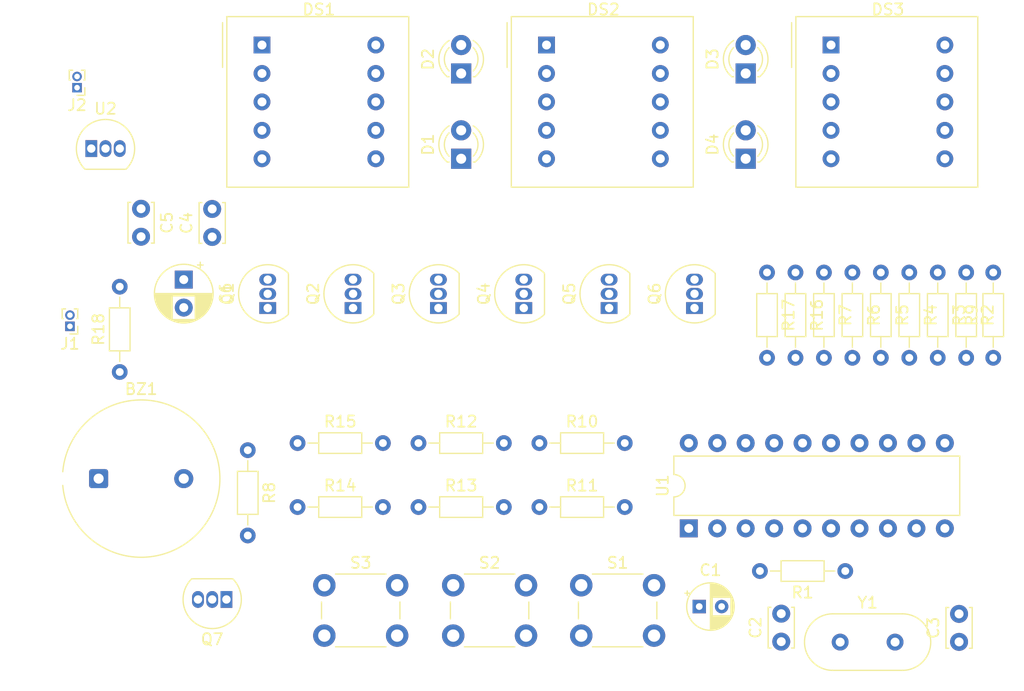
<source format=kicad_pcb>
(kicad_pcb (version 20221018) (generator pcbnew)
  (layers (0 "F.Cu" signal) (31 "B.Cu" signal) (34 "B.Paste" user) (35 "F.Paste" user) (36 "B.SilkS" user "B.Silkscreen") (37 "F.SilkS" user "F.Silkscreen") (38 "B.Mask" user) (39 "F.Mask" user) (44 "Edge.Cuts" user))
  (net 0 "")
  (net 1 "+5V")
  (net 2 "Net-(Q1-B)")
  (net 3 "Net-(Q1-C)")
  (net 4 "Net-(Q2-B)")
  (net 5 "Net-(Q2-C)")
  (net 6 "Net-(Q3-B)")
  (net 7 "Net-(Q3-C)")
  (net 8 "Net-(Q4-B)")
  (net 9 "Net-(Q4-C)")
  (net 10 "Net-(Q5-B)")
  (net 11 "Net-(Q5-C)")
  (net 12 "Net-(Q6-B)")
  (net 13 "Net-(Q6-C)")
  (net 14 "Net-(BZ1--)")
  (net 15 "Net-(Q7-B)")
  (net 16 "Net-(D3-K)")
  (net 17 "Net-(U1-P1.7)")
  (net 18 "Net-(DS1-Pad9)")
  (net 19 "Net-(U1-P1.0)")
  (net 20 "Net-(DS1-Pad8)")
  (net 21 "Net-(U1-P1.1)")
  (net 22 "Net-(DS1-Pad7)")
  (net 23 "Net-(U1-P1.2)")
  (net 24 "Net-(DS1-Pad6)")
  (net 25 "Net-(U1-P1.3)")
  (net 26 "Net-(DS1-Pad4)")
  (net 27 "Net-(U1-P1.4)")
  (net 28 "Net-(DS1-Pad3)")
  (net 29 "Net-(U1-P1.5)")
  (net 30 "Net-(DS1-Pad1)")
  (net 31 "Net-(U1-P1.6)")
  (net 32 "D2")
  (net 33 "D6")
  (net 34 "D1")
  (net 35 "D3")
  (net 36 "A8")
  (net 37 "GND")
  (net 38 "Net-(U1-RST{slash}VPP)")
  (net 39 "D5")
  (net 40 "D4")
  (net 41 "Net-(U1-XTAL2)")
  (net 42 "Net-(U1-XTAL1)")
  (net 43 "Net-(J2-Pin_1)")
  (net 47 "Net-(D1-K)")
  (net 48 "Net-(D1-A)")
  (net 49 "Net-(D3-A)")
  (footprint "Package_TO_SOT_THT:TO-92_Inline" (layer "F.Cu") (at 38.1 37.19)
    (fp_text reference "U2" (at 1.27 -3.56) (layer "F.SilkS"))
    (fp_text value "L78L05_TO92")
    (pad "1" thru_hole rect (at 0 0) (size 1.05 1.5) (drill 0.75) (layers "*.Cu" "*.Mask") (net 1 "+5V"))
    (pad "2" thru_hole oval (at 1.27 0) (size 1.05 1.5) (drill 0.75) (layers "*.Cu" "*.Mask") (net 37 "GND"))
    (pad "3" thru_hole oval (at 2.54 0) (size 1.05 1.5) (drill 0.75) (layers "*.Cu" "*.Mask") (net 43 "Net-(J2-Pin_1)"))
  )
  (footprint "Buzzer_Beeper:Indicator_PUI_AI-1440-TWT-24V-2-R" (layer "F.Cu") (at 38.755 66.675)
    (fp_text reference "BZ1" (at 3.8 -8) (layer "F.SilkS"))
    (fp_text value "Buzzer")
    (pad "1" thru_hole roundrect (at 0 0) (size 1.7 1.7) (drill 0.9) (layers "*.Cu" "*.Mask") (roundrect_rratio 0.147) (net 14 "Net-(BZ1--)"))
    (pad "2" thru_hole circle (at 7.6 0) (size 1.7 1.7) (drill 0.9) (layers "*.Cu" "*.Mask") (net 37 "GND"))
  )
  (footprint "Resistor_THT:R_Axial_DIN0204_L3.6mm_D1.6mm_P7.62mm_Horizontal" (layer "F.Cu") (at 98.425 48.26 -90)
    (fp_text reference "R17" (at 3.81 -1.92 90) (layer "F.SilkS"))
    (fp_text value "2K")
    (pad "1" thru_hole circle (at 0 0 270) (size 1.4 1.4) (drill 0.7) (layers "*.Cu" "*.Mask") (net 16 "Net-(D3-K)"))
    (pad "2" thru_hole oval (at 7.62 0 270) (size 1.4 1.4) (drill 0.7) (layers "*.Cu" "*.Mask") (net 17 "Net-(U1-P1.7)"))
  )
  (footprint "Resistor_THT:R_Axial_DIN0204_L3.6mm_D1.6mm_P7.62mm_Horizontal" (layer "F.Cu") (at 116.205 48.26 -90)
    (fp_text reference "R2" (at 3.81 -1.92 90) (layer "F.SilkS"))
    (fp_text value "1K")
    (pad "1" thru_hole circle (at 0 0 270) (size 1.4 1.4) (drill 0.7) (layers "*.Cu" "*.Mask") (net 32 "D2"))
    (pad "2" thru_hole oval (at 7.62 0 270) (size 1.4 1.4) (drill 0.7) (layers "*.Cu" "*.Mask") (net 2 "Net-(Q1-B)"))
  )
  (footprint "Capacitor_THT:C_Disc_D3.4mm_W2.1mm_P2.50mm" (layer "F.Cu") (at 99.695 81.24 90)
    (fp_text reference "C2" (at 1.25 -2.3 90) (layer "F.SilkS"))
    (fp_text value "30P")
    (pad "1" thru_hole circle (at 0 0 90) (size 1.6 1.6) (drill 0.8) (layers "*.Cu" "*.Mask") (net 42 "Net-(U1-XTAL1)"))
    (pad "2" thru_hole circle (at 2.5 0 90) (size 1.6 1.6) (drill 0.8) (layers "*.Cu" "*.Mask") (net 37 "GND"))
  )
  (footprint "Button_Switch_THT:SW_PUSH_6mm_H8mm" (layer "F.Cu") (at 81.84 76.2)
    (fp_text reference "S1" (at 3.25 -2) (layer "F.SilkS"))
    (fp_text value "SW_Push_Dual" hide)
    (pad "1" thru_hole circle (at 0 0 90) (size 2 2) (drill 1.1) (layers "*.Cu" "*.Mask") (net 37 "GND"))
    (pad "2" thru_hole circle (at 6.5 0 90) (size 2 2) (drill 1.1) (layers "*.Cu" "*.Mask") (net 35 "D3"))
    (pad "3" thru_hole circle (at 0 4.5 90) (size 2 2) (drill 1.1) (layers "*.Cu" "*.Mask"))
    (pad "4" thru_hole circle (at 6.5 4.5 90) (size 2 2) (drill 1.1) (layers "*.Cu" "*.Mask"))
  )
  (footprint "Package_TO_SOT_THT:TO-92_Inline" (layer "F.Cu") (at 84.33 51.435 90)
    (fp_text reference "Q5" (at 1.27 -3.56 90) (layer "F.SilkS"))
    (fp_text value "S8550")
    (pad "1" thru_hole rect (at 0 0 90) (size 1.05 1.5) (drill 0.75) (layers "*.Cu" "*.Mask") (net 1 "+5V"))
    (pad "2" thru_hole oval (at 1.27 0 90) (size 1.05 1.5) (drill 0.75) (layers "*.Cu" "*.Mask") (net 10 "Net-(Q5-B)"))
    (pad "3" thru_hole oval (at 2.54 0 90) (size 1.05 1.5) (drill 0.75) (layers "*.Cu" "*.Mask") (net 11 "Net-(Q5-C)"))
  )
  (footprint "Button_Switch_THT:SW_PUSH_6mm_H8mm" (layer "F.Cu") (at 58.905 76.2)
    (fp_text reference "S3" (at 3.25 -2) (layer "F.SilkS"))
    (fp_text value "SW_Push_Dual")
    (pad "1" thru_hole circle (at 0 0 90) (size 2 2) (drill 1.1) (layers "*.Cu" "*.Mask") (net 37 "GND"))
    (pad "2" thru_hole circle (at 6.5 0 90) (size 2 2) (drill 1.1) (layers "*.Cu" "*.Mask") (net 34 "D1"))
    (pad "3" thru_hole circle (at 0 4.5 90) (size 2 2) (drill 1.1) (layers "*.Cu" "*.Mask"))
    (pad "4" thru_hole circle (at 6.5 4.5 90) (size 2 2) (drill 1.1) (layers "*.Cu" "*.Mask"))
  )
  (footprint "Resistor_THT:R_Axial_DIN0204_L3.6mm_D1.6mm_P7.62mm_Horizontal" (layer "F.Cu") (at 111.125 48.26 -90)
    (fp_text reference "R4" (at 3.81 -1.92 90) (layer "F.SilkS"))
    (fp_text value "1K")
    (pad "1" thru_hole circle (at 0 0 270) (size 1.4 1.4) (drill 0.7) (layers "*.Cu" "*.Mask") (net 34 "D1"))
    (pad "2" thru_hole oval (at 7.62 0 270) (size 1.4 1.4) (drill 0.7) (layers "*.Cu" "*.Mask") (net 6 "Net-(Q3-B)"))
  )
  (footprint "Resistor_THT:R_Axial_DIN0204_L3.6mm_D1.6mm_P7.62mm_Horizontal" (layer "F.Cu") (at 100.965 48.26 -90)
    (fp_text reference "R16" (at 3.81 -1.92 90) (layer "F.SilkS"))
    (fp_text value "2K")
    (pad "1" thru_hole circle (at 0 0 270) (size 1.4 1.4) (drill 0.7) (layers "*.Cu" "*.Mask") (net 47 "Net-(D1-K)"))
    (pad "2" thru_hole oval (at 7.62 0 270) (size 1.4 1.4) (drill 0.7) (layers "*.Cu" "*.Mask") (net 17 "Net-(U1-P1.7)"))
  )
  (footprint "ceas_8051:3261BS" (layer "F.Cu") (at 77.47 27.94)
    (fp_text reference "DS2" (at 6.35 -3.175) (layer "F.SilkS"))
    (fp_text value "~" hide)
    (pad "1" thru_hole rect (at 1.27 0) (size 1.5 1.5) (drill 0.8) (layers "*.Cu" "*.Mask") (net 30 "Net-(DS1-Pad1)"))
    (pad "2" thru_hole circle (at 1.27 2.54) (size 1.5 1.5) (drill 0.8) (layers "*.Cu" "*.Mask"))
    (pad "3" thru_hole circle (at 1.27 5.08) (size 1.5 1.5) (drill 0.8) (layers "*.Cu" "*.Mask") (net 28 "Net-(DS1-Pad3)"))
    (pad "4" thru_hole circle (at 1.27 7.62) (size 1.5 1.5) (drill 0.8) (layers "*.Cu" "*.Mask") (net 26 "Net-(DS1-Pad4)"))
    (pad "5" thru_hole circle (at 1.27 10.16) (size 1.5 1.5) (drill 0.8) (layers "*.Cu" "*.Mask") (net 7 "Net-(Q3-C)"))
    (pad "6" thru_hole circle (at 11.43 10.16) (size 1.5 1.5) (drill 0.8) (layers "*.Cu" "*.Mask") (net 24 "Net-(DS1-Pad6)"))
    (pad "7" thru_hole circle (at 11.43 7.62) (size 1.5 1.5) (drill 0.8) (layers "*.Cu" "*.Mask") (net 22 "Net-(DS1-Pad7)"))
    (pad "8" thru_hole circle (at 11.43 5.08) (size 1.5 1.5) (drill 0.8) (layers "*.Cu" "*.Mask") (net 20 "Net-(DS1-Pad8)"))
    (pad "9" thru_hole circle (at 11.43 2.54) (size 1.5 1.5) (drill 0.8) (layers "*.Cu" "*.Mask") (net 18 "Net-(DS1-Pad9)"))
    (pad "10" thru_hole circle (at 11.43 0) (size 1.5 1.5) (drill 0.8) (layers "*.Cu" "*.Mask") (net 9 "Net-(Q4-C)"))
  )
  (footprint "LED_THT:LED_D3.0mm" (layer "F.Cu") (at 71.12 30.48 90)
    (fp_text reference "D2" (at 1.27 -2.96 90) (layer "F.SilkS"))
    (fp_text value "LED")
    (pad "1" thru_hole rect (at 0 0 90) (size 1.8 1.8) (drill 0.9) (layers "*.Cu" "*.Mask") (net 48 "Net-(D1-A)"))
    (pad "2" thru_hole circle (at 2.54 0 90) (size 1.8 1.8) (drill 0.9) (layers "*.Cu" "*.Mask") (net 1 "+5V"))
  )
  (footprint "Resistor_THT:R_Axial_DIN0204_L3.6mm_D1.6mm_P7.62mm_Horizontal" (layer "F.Cu") (at 52.07 64.135 -90)
    (fp_text reference "R8" (at 3.81 -1.92 90) (layer "F.SilkS"))
    (fp_text value "1K")
    (pad "1" thru_hole circle (at 0 0 270) (size 1.4 1.4) (drill 0.7) (layers "*.Cu" "*.Mask") (net 36 "A8"))
    (pad "2" thru_hole oval (at 7.62 0 270) (size 1.4 1.4) (drill 0.7) (layers "*.Cu" "*.Mask") (net 15 "Net-(Q7-B)"))
  )
  (footprint "Crystal:Crystal_HC18-U_Vertical" (layer "F.Cu") (at 104.955 81.28)
    (fp_text reference "Y1" (at 2.45 -3.525) (layer "F.SilkS"))
    (fp_text value "Crystal")
    (pad "1" thru_hole circle (at 0 0) (size 1.5 1.5) (drill 0.8) (layers "*.Cu" "*.Mask") (net 42 "Net-(U1-XTAL1)"))
    (pad "2" thru_hole circle (at 4.9 0) (size 1.5 1.5) (drill 0.8) (layers "*.Cu" "*.Mask") (net 41 "Net-(U1-XTAL2)"))
  )
  (footprint "Resistor_THT:R_Axial_DIN0204_L3.6mm_D1.6mm_P7.62mm_Horizontal" (layer "F.Cu") (at 108.585 48.26 -90)
    (fp_text reference "R5" (at 3.81 -1.92 90) (layer "F.SilkS"))
    (fp_text value "1K")
    (pad "1" thru_hole circle (at 0 0 270) (size 1.4 1.4) (drill 0.7) (layers "*.Cu" "*.Mask") (net 35 "D3"))
    (pad "2" thru_hole oval (at 7.62 0 270) (size 1.4 1.4) (drill 0.7) (layers "*.Cu" "*.Mask") (net 8 "Net-(Q4-B)"))
  )
  (footprint "Package_TO_SOT_THT:TO-92_Inline" (layer "F.Cu") (at 50.165 77.47 180)
    (fp_text reference "Q7" (at 1.27 -3.56) (layer "F.SilkS"))
    (fp_text value "S8550")
    (pad "1" thru_hole rect (at 0 0 180) (size 1.05 1.5) (drill 0.75) (layers "*.Cu" "*.Mask") (net 14 "Net-(BZ1--)"))
    (pad "2" thru_hole oval (at 1.27 0 180) (size 1.05 1.5) (drill 0.75) (layers "*.Cu" "*.Mask") (net 15 "Net-(Q7-B)"))
    (pad "3" thru_hole oval (at 2.54 0 180) (size 1.05 1.5) (drill 0.75) (layers "*.Cu" "*.Mask") (net 1 "+5V"))
  )
  (footprint "Resistor_THT:R_Axial_DIN0204_L3.6mm_D1.6mm_P7.62mm_Horizontal" (layer "F.Cu") (at 40.64 57.15 90)
    (fp_text reference "R18" (at 3.81 -1.905 90) (layer "F.SilkS"))
    (fp_text value "5.1K")
    (pad "1" thru_hole circle (at 0 0 90) (size 1.4 1.4) (drill 0.7) (layers "*.Cu" "*.Mask") (net 14 "Net-(BZ1--)"))
    (pad "2" thru_hole oval (at 7.62 0 90) (size 1.4 1.4) (drill 0.7) (layers "*.Cu" "*.Mask") (net 37 "GND"))
  )
  (footprint "LED_THT:LED_D3.0mm" (layer "F.Cu") (at 96.52 38.1 90)
    (fp_text reference "D4" (at 1.27 -2.96 90) (layer "F.SilkS"))
    (fp_text value "LED")
    (pad "1" thru_hole rect (at 0 0 90) (size 1.8 1.8) (drill 0.9) (layers "*.Cu" "*.Mask") (net 49 "Net-(D3-A)"))
    (pad "2" thru_hole circle (at 2.54 0 90) (size 1.8 1.8) (drill 0.9) (layers "*.Cu" "*.Mask") (net 1 "+5V"))
  )
  (footprint "Resistor_THT:R_Axial_DIN0204_L3.6mm_D1.6mm_P7.62mm_Horizontal" (layer "F.Cu") (at 113.665 48.26 -90)
    (fp_text reference "R3" (at 3.81 -1.92 90) (layer "F.SilkS"))
    (fp_text value "1K")
    (pad "1" thru_hole circle (at 0 0 270) (size 1.4 1.4) (drill 0.7) (layers "*.Cu" "*.Mask") (net 33 "D6"))
    (pad "2" thru_hole oval (at 7.62 0 270) (size 1.4 1.4) (drill 0.7) (layers "*.Cu" "*.Mask") (net 4 "Net-(Q2-B)"))
  )
  (footprint "Display_7Segment:ELD_426XXXX" (layer "F.Cu") (at 52.07 27.94)
    (fp_text reference "DS1" (at 6.35 -3.175) (layer "F.SilkS"))
    (fp_text value "~" hide)
    (pad "1" thru_hole rect (at 1.27 0) (size 1.5 1.5) (drill 0.8) (layers "*.Cu" "*.Mask") (net 30 "Net-(DS1-Pad1)"))
    (pad "2" thru_hole circle (at 1.27 2.54) (size 1.5 1.5) (drill 0.8) (layers "*.Cu" "*.Mask"))
    (pad "3" thru_hole circle (at 1.27 5.08) (size 1.5 1.5) (drill 0.8) (layers "*.Cu" "*.Mask") (net 28 "Net-(DS1-Pad3)"))
    (pad "4" thru_hole circle (at 1.27 7.62) (size 1.5 1.5) (drill 0.8) (layers "*.Cu" "*.Mask") (net 26 "Net-(DS1-Pad4)"))
    (pad "5" thru_hole circle (at 1.27 10.16) (size 1.5 1.5) (drill 0.8) (layers "*.Cu" "*.Mask") (net 3 "Net-(Q1-C)"))
    (pad "6" thru_hole circle (at 11.43 10.16) (size 1.5 1.5) (drill 0.8) (layers "*.Cu" "*.Mask") (net 24 "Net-(DS1-Pad6)"))
    (pad "7" thru_hole circle (at 11.43 7.62) (size 1.5 1.5) (drill 0.8) (layers "*.Cu" "*.Mask") (net 22 "Net-(DS1-Pad7)"))
    (pad "8" thru_hole circle (at 11.43 5.08) (size 1.5 1.5) (drill 0.8) (layers "*.Cu" "*.Mask") (net 20 "Net-(DS1-Pad8)"))
    (pad "9" thru_hole circle (at 11.43 2.54) (size 1.5 1.5) (drill 0.8) (layers "*.Cu" "*.Mask") (net 18 "Net-(DS1-Pad9)"))
    (pad "10" thru_hole circle (at 11.43 0) (size 1.5 1.5) (drill 0.8) (layers "*.Cu" "*.Mask") (net 5 "Net-(Q2-C)"))
  )
  (footprint "Package_TO_SOT_THT:TO-92_Inline" (layer "F.Cu") (at 53.85 51.435 90)
    (fp_text reference "Q1" (at 1.27 -3.56 90) (layer "F.SilkS"))
    (fp_text value "S8550")
    (pad "1" thru_hole rect (at 0 0 90) (size 1.05 1.5) (drill 0.75) (layers "*.Cu" "*.Mask") (net 1 "+5V"))
    (pad "2" thru_hole oval (at 1.27 0 90) (size 1.05 1.5) (drill 0.75) (layers "*.Cu" "*.Mask") (net 2 "Net-(Q1-B)"))
    (pad "3" thru_hole oval (at 2.54 0 90) (size 1.05 1.5) (drill 0.75) (layers "*.Cu" "*.Mask") (net 3 "Net-(Q1-C)"))
  )
  (footprint "Resistor_THT:R_Axial_DIN0204_L3.6mm_D1.6mm_P7.62mm_Horizontal" (layer "F.Cu") (at 103.505 48.26 -90)
    (fp_text reference "R7" (at 3.81 -1.92 90) (layer "F.SilkS"))
    (fp_text value "1K")
    (pad "1" thru_hole circle (at 0 0 270) (size 1.4 1.4) (drill 0.7) (layers "*.Cu" "*.Mask") (net 40 "D4"))
    (pad "2" thru_hole oval (at 7.62 0 270) (size 1.4 1.4) (drill 0.7) (layers "*.Cu" "*.Mask") (net 12 "Net-(Q6-B)"))
  )
  (footprint "Resistor_THT:R_Axial_DIN0204_L3.6mm_D1.6mm_P7.62mm_Horizontal" (layer "F.Cu") (at 56.515 69.215)
    (fp_text reference "R14" (at 3.81 -1.92) (layer "F.SilkS"))
    (fp_text value "1K")
    (pad "1" thru_hole circle (at 0 0) (size 1.4 1.4) (drill 0.7) (layers "*.Cu" "*.Mask") (net 28 "Net-(DS1-Pad3)"))
    (pad "2" thru_hole oval (at 7.62 0) (size 1.4 1.4) (drill 0.7) (layers "*.Cu" "*.Mask") (net 29 "Net-(U1-P1.5)"))
  )
  (footprint "Capacitor_THT:C_Disc_D3.4mm_W2.1mm_P2.50mm" (layer "F.Cu") (at 42.545 42.565 -90)
    (fp_text reference "C5" (at 1.25 -2.3 90) (layer "F.SilkS"))
    (fp_text value "104")
    (pad "1" thru_hole circle (at 0 0 270) (size 1.6 1.6) (drill 0.8) (layers "*.Cu" "*.Mask") (net 1 "+5V"))
    (pad "2" thru_hole circle (at 2.5 0 270) (size 1.6 1.6) (drill 0.8) (layers "*.Cu" "*.Mask") (net 37 "GND"))
  )
  (footprint "Package_DIP:DIP-20_W7.62mm" (layer "F.Cu") (at 91.44 71.12 90)
    (fp_text reference "U1" (at 3.81 -2.33 90) (layer "F.SilkS"))
    (fp_text value "AT89C2051-24P")
    (pad "1" thru_hole rect (at 0 0 90) (size 1.6 1.6) (drill 0.8) (layers "*.Cu" "*.Mask") (net 38 "Net-(U1-RST{slash}VPP)"))
    (pad "2" thru_hole oval (at 0 2.54 90) (size 1.6 1.6) (drill 0.8) (layers "*.Cu" "*.Mask") (net 33 "D6"))
    (pad "3" thru_hole oval (at 0 5.08 90) (size 1.6 1.6) (drill 0.8) (layers "*.Cu" "*.Mask") (net 39 "D5"))
    (pad "4" thru_hole oval (at 0 7.62 90) (size 1.6 1.6) (drill 0.8) (layers "*.Cu" "*.Mask") (net 41 "Net-(U1-XTAL2)"))
    (pad "5" thru_hole oval (at 0 10.16 90) (size 1.6 1.6) (drill 0.8) (layers "*.Cu" "*.Mask") (net 42 "Net-(U1-XTAL1)"))
    (pad "6" thru_hole oval (at 0 12.7 90) (size 1.6 1.6) (drill 0.8) (layers "*.Cu" "*.Mask") (net 35 "D3"))
    (pad "7" thru_hole oval (at 0 15.24 90) (size 1.6 1.6) (drill 0.8) (layers "*.Cu" "*.Mask") (net 40 "D4"))
    (pad "8" thru_hole oval (at 0 17.78 90) (size 1.6 1.6) (drill 0.8) (layers "*.Cu" "*.Mask") (net 32 "D2"))
    (pad "9" thru_hole oval (at 0 20.32 90) (size 1.6 1.6) (drill 0.8) (layers "*.Cu" "*.Mask") (net 34 "D1"))
    (pad "10" thru_hole oval (at 0 22.86 90) (size 1.6 1.6) (drill 0.8) (layers "*.Cu" "*.Mask") (net 37 "GND"))
    (pad "11" thru_hole oval (at 7.62 22.86 90) (size 1.6 1.6) (drill 0.8) (layers "*.Cu" "*.Mask") (net 36 "A8"))
    (pad "12" thru_hole oval (at 7.62 20.32 90) (size 1.6 1.6) (drill 0.8) (layers "*.Cu" "*.Mask") (net 19 "Net-(U1-P1.0)"))
    (pad "13" thru_hole oval (at 7.62 17.78 90) (size 1.6 1.6) (drill 0.8) (layers "*.Cu" "*.Mask") (net 21 "Net-(U1-P1.1)"))
    (pad "14" thru_hole oval (at 7.62 15.24 90) (size 1.6 1.6) (drill 0.8) (layers "*.Cu" "*.Mask") (net 23 "Net-(U1-P1.2)"))
    (pad "15" thru_hole oval (at 7.62 12.7 90) (size 1.6 1.6) (drill 0.8) (layers "*.Cu" "*.Mask") (net 25 "Net-(U1-P1.3)"))
    (pad "16" thru_hole oval (at 7.62 10.16 90) (size 1.6 1.6) (drill 0.8) (layers "*.Cu" "*.Mask") (net 27 "Net-(U1-P1.4)"))
    (pad "17" thru_hole oval (at 7.62 7.62 90) (size 1.6 1.6) (drill 0.8) (layers "*.Cu" "*.Mask") (net 29 "Net-(U1-P1.5)"))
    (pad "18" thru_hole oval (at 7.62 5.08 90) (size 1.6 1.6) (drill 0.8) (layers "*.Cu" "*.Mask") (net 31 "Net-(U1-P1.6)"))
    (pad "19" thru_hole oval (at 7.62 2.54 90) (size 1.6 1.6) (drill 0.8) (layers "*.Cu" "*.Mask") (net 17 "Net-(U1-P1.7)"))
    (pad "20" thru_hole oval (at 7.62 0 90) (size 1.6 1.6) (drill 0.8) (layers "*.Cu" "*.Mask") (net 1 "+5V"))
  )
  (footprint "Resistor_THT:R_Axial_DIN0204_L3.6mm_D1.6mm_P7.62mm_Horizontal" (layer "F.Cu") (at 78.105 63.5)
    (fp_text reference "R10" (at 3.81 -1.92) (layer "F.SilkS"))
    (fp_text value "1K")
    (pad "1" thru_hole circle (at 0 0) (size 1.4 1.4) (drill 0.7) (layers "*.Cu" "*.Mask") (net 20 "Net-(DS1-Pad8)"))
    (pad "2" thru_hole oval (at 7.62 0) (size 1.4 1.4) (drill 0.7) (layers "*.Cu" "*.Mask") (net 21 "Net-(U1-P1.1)"))
  )
  (footprint "Connector_PinHeader_1.00mm:PinHeader_1x02_P1.00mm_Vertical" (layer "F.Cu") (at 36.195 53.07 180)
    (fp_text reference "J1" (at 0 -1.56) (layer "F.SilkS"))
    (fp_text value "Conn_01x02_Pin")
    (pad "1" thru_hole rect (at 0 0 180) (size 0.85 0.85) (drill 0.5) (layers "*.Cu" "*.Mask") (net 14 "Net-(BZ1--)"))
    (pad "2" thru_hole oval (at 0 1 180) (size 0.85 0.85) (drill 0.5) (layers "*.Cu" "*.Mask") (net 37 "GND"))
  )
  (footprint "Resistor_THT:R_Axial_DIN0204_L3.6mm_D1.6mm_P7.62mm_Horizontal" (layer "F.Cu") (at 118.62 55.88 90)
    (fp_text reference "R9" (at 3.81 -1.92 90) (layer "F.SilkS"))
    (fp_text value "1K")
    (pad "1" thru_hole circle (at 0 0 90) (size 1.4 1.4) (drill 0.7) (layers "*.Cu" "*.Mask") (net 18 "Net-(DS1-Pad9)"))
    (pad "2" thru_hole oval (at 7.62 0 90) (size 1.4 1.4) (drill 0.7) (layers "*.Cu" "*.Mask") (net 19 "Net-(U1-P1.0)"))
  )
  (footprint "Capacitor_THT:CP_Radial_D5.0mm_P2.50mm" (layer "F.Cu") (at 46.355 48.895 -90)
    (fp_text reference "C6" (at 1.25 -3.75 90) (layer "F.SilkS"))
    (fp_text value "100uF")
    (pad "1" thru_hole rect (at 0 0 270) (size 1.6 1.6) (drill 0.8) (layers "*.Cu" "*.Mask") (net 1 "+5V"))
    (pad "2" thru_hole circle (at 2.5 0 270) (size 1.6 1.6) (drill 0.8) (layers "*.Cu" "*.Mask") (net 37 "GND"))
  )
  (footprint "Connector_PinHeader_1.00mm:PinHeader_1x02_P1.00mm_Vertical" (layer "F.Cu") (at 36.83 31.75 180)
    (fp_text reference "J2" (at 0 -1.56) (layer "F.SilkS"))
    (fp_text value "Conn_01x02_Pin")
    (pad "1" thru_hole rect (at 0 0 180) (size 0.85 0.85) (drill 0.5) (layers "*.Cu" "*.Mask") (net 43 "Net-(J2-Pin_1)"))
    (pad "2" thru_hole oval (at 0 1 180) (size 0.85 0.85) (drill 0.5) (layers "*.Cu" "*.Mask") (net 37 "GND"))
  )
  (footprint "Capacitor_THT:C_Disc_D3.4mm_W2.1mm_P2.50mm" (layer "F.Cu") (at 115.57 81.26 90)
    (fp_text reference "C3" (at 1.25 -2.3 90) (layer "F.SilkS"))
    (fp_text value "30P")
    (pad "1" thru_hole circle (at 0 0 90) (size 1.6 1.6) (drill 0.8) (layers "*.Cu" "*.Mask") (net 41 "Net-(U1-XTAL2)"))
    (pad "2" thru_hole circle (at 2.5 0 90) (size 1.6 1.6) (drill 0.8) (layers "*.Cu" "*.Mask") (net 37 "GND"))
  )
  (footprint "Capacitor_THT:CP_Radial_D4.0mm_P2.00mm" (layer "F.Cu") (at 92.372401 78.105)
    (fp_text reference "C1" (at 1 -3.25) (layer "F.SilkS"))
    (fp_text value "10uF")
    (pad "1" thru_hole rect (at 0 0) (size 1.2 1.2) (drill 0.6) (layers "*.Cu" "*.Mask") (net 1 "+5V"))
    (pad "2" thru_hole circle (at 2 0) (size 1.2 1.2) (drill 0.6) (layers "*.Cu" "*.Mask") (net 38 "Net-(U1-RST{slash}VPP)"))
  )
  (footprint "Package_TO_SOT_THT:TO-92_Inline" (layer "F.Cu") (at 69.09 51.435 90)
    (fp_text reference "Q3" (at 1.27 -3.56 90) (layer "F.SilkS"))
    (fp_text value "S8550")
    (pad "1" thru_hole rect (at 0 0 90) (size 1.05 1.5) (drill 0.75) (layers "*.Cu" "*.Mask") (net 1 "+5V"))
    (pad "2" thru_hole oval (at 1.27 0 90) (size 1.05 1.5) (drill 0.75) (layers "*.Cu" "*.Mask") (net 6 "Net-(Q3-B)"))
    (pad "3" thru_hole oval (at 2.54 0 90) (size 1.05 1.5) (drill 0.75) (layers "*.Cu" "*.Mask") (net 7 "Net-(Q3-C)"))
  )
  (footprint "LED_THT:LED_D3.0mm" (layer "F.Cu") (at 96.52 30.48 90)
    (fp_text reference "D3" (at 1.27 -2.96 90) (layer "F.SilkS"))
    (fp_text value "LED")
    (pad "1" thru_hole rect (at 0 0 90) (size 1.8 1.8) (drill 0.9) (layers "*.Cu" "*.Mask") (net 16 "Net-(D3-K)"))
    (pad "2" thru_hole circle (at 2.54 0 90) (size 1.8 1.8) (drill 0.9) (layers "*.Cu" "*.Mask") (net 49 "Net-(D3-A)"))
  )
  (footprint "Resistor_THT:R_Axial_DIN0204_L3.6mm_D1.6mm_P7.62mm_Horizontal" (layer "F.Cu") (at 56.515 63.5)
    (fp_text reference "R15" (at 3.81 -1.92) (layer "F.SilkS"))
    (fp_text value "1K")
    (pad "1" thru_hole circle (at 0 0) (size 1.4 1.4) (drill 0.7) (layers "*.Cu" "*.Mask") (net 30 "Net-(DS1-Pad1)"))
    (pad "2" thru_hole oval (at 7.62 0) (size 1.4 1.4) (drill 0.7) (layers "*.Cu" "*.Mask") (net 31 "Net-(U1-P1.6)"))
  )
  (footprint "Resistor_THT:R_Axial_DIN0204_L3.6mm_D1.6mm_P7.62mm_Horizontal" (layer "F.Cu") (at 67.31 69.215)
    (fp_text reference "R13" (at 3.81 -1.92) (layer "F.SilkS"))
    (fp_text value "1K")
    (pad "1" thru_hole circle (at 0 0) (size 1.4 1.4) (drill 0.7) (layers "*.Cu" "*.Mask") (net 26 "Net-(DS1-Pad4)"))
    (pad "2" thru_hole oval (at 7.62 0) (size 1.4 1.4) (drill 0.7) (layers "*.Cu" "*.Mask") (net 27 "Net-(U1-P1.4)"))
  )
  (footprint "Capacitor_THT:C_Disc_D3.4mm_W2.1mm_P2.50mm" (layer "F.Cu") (at 48.895 45.085 90)
    (fp_text reference "C4" (at 1.25 -2.3 90) (layer "F.SilkS"))
    (fp_text value "104")
    (pad "1" thru_hole circle (at 0 0 90) (size 1.6 1.6) (drill 0.8) (layers "*.Cu" "*.Mask") (net 43 "Net-(J2-Pin_1)"))
    (pad "2" thru_hole circle (at 2.5 0 90) (size 1.6 1.6) (drill 0.8) (layers "*.Cu" "*.Mask") (net 37 "GND"))
  )
  (footprint "LED_THT:LED_D3.0mm" (layer "F.Cu") (at 71.12 38.1 90)
    (fp_text reference "D1" (at 1.27 -2.96 90) (layer "F.SilkS"))
    (fp_text value "LED")
    (pad "1" thru_hole rect (at 0 0 90) (size 1.8 1.8) (drill 0.9) (layers "*.Cu" "*.Mask") (net 47 "Net-(D1-K)"))
    (pad "2" thru_hole circle (at 2.54 0 90) (size 1.8 1.8) (drill 0.9) (layers "*.Cu" "*.Mask") (net 48 "Net-(D1-A)"))
  )
  (footprint "Package_TO_SOT_THT:TO-92_Inline" (layer "F.Cu") (at 61.47 51.435 90)
    (fp_text reference "Q2" (at 1.27 -3.56 90) (layer "F.SilkS"))
    (fp_text value "S8550")
    (pad "1" thru_hole rect (at 0 0 90) (size 1.05 1.5) (drill 0.75) (layers "*.Cu" "*.Mask") (net 1 "+5V"))
    (pad "2" thru_hole oval (at 1.27 0 90) (size 1.05 1.5) (drill 0.75) (layers "*.Cu" "*.Mask") (net 4 "Net-(Q2-B)"))
    (pad "3" thru_hole oval (at 2.54 0 90) (size 1.05 1.5) (drill 0.75) (layers "*.Cu" "*.Mask") (net 5 "Net-(Q2-C)"))
  )
  (footprint "Resistor_THT:R_Axial_DIN0204_L3.6mm_D1.6mm_P7.62mm_Horizontal" (layer "F.Cu") (at 67.31 63.5)
    (fp_text reference "R12" (at 3.81 -1.92) (layer "F.SilkS"))
    (fp_text value "1K")
    (pad "1" thru_hole circle (at 0 0) (size 1.4 1.4) (drill 0.7) (layers "*.Cu" "*.Mask") (net 24 "Net-(DS1-Pad6)"))
    (pad "2" thru_hole oval (at 7.62 0) (size 1.4 1.4) (drill 0.7) (layers "*.Cu" "*.Mask") (net 25 "Net-(U1-P1.3)"))
  )
  (footprint "Resistor_THT:R_Axial_DIN0204_L3.6mm_D1.6mm_P7.62mm_Horizontal" (layer "F.Cu") (at 105.41 74.93 180)
    (fp_text reference "R1" (at 3.81 -1.92) (layer "F.SilkS"))
    (fp_text value "10K")
    (pad "1" thru_hole circle (at 0 0 180) (size 1.4 1.4) (drill 0.7) (layers "*.Cu" "*.Mask") (net 37 "GND"))
    (pad "2" thru_hole oval (at 7.62 0 180) (size 1.4 1.4) (drill 0.7) (layers "*.Cu" "*.Mask") (net 38 "Net-(U1-RST{slash}VPP)"))
  )
  (footprint "Package_TO_SOT_THT:TO-92_Inline" (layer "F.Cu") (at 76.71 51.435 90)
    (fp_text reference "Q4" (at 1.27 -3.56 90) (layer "F.SilkS"))
    (fp_text value "S8550")
    (pad "1" thru_hole rect (at 0 0 90) (size 1.05 1.5) (drill 0.75) (layers "*.Cu" "*.Mask") (net 1 "+5V"))
    (pad "2" thru_hole oval (at 1.27 0 90) (size 1.05 1.5) (drill 0.75) (layers "*.Cu" "*.Mask") (net 8 "Net-(Q4-B)"))
    (pad "3" thru_hole oval (at 2.54 0 90) (size 1.05 1.5) (drill 0.75) (layers "*.Cu" "*.Mask") (net 9 "Net-(Q4-C)"))
  )
  (footprint "Resistor_THT:R_Axial_DIN0204_L3.6mm_D1.6mm_P7.62mm_Horizontal" (layer "F.Cu") (at 106.045 48.26 -90)
    (fp_text reference "R6" (at 3.81 -1.92 90) (layer "F.SilkS"))
    (fp_text value "1K")
    (pad "1" thru_hole circle (at 0 0 270) (size 1.4 1.4) (drill 0.7) (layers "*.Cu" "*.Mask") (net 39 "D5"))
    (pad "2" thru_hole oval (at 7.62 0 270) (size 1.4 1.4) (drill 0.7) (layers "*.Cu" "*.Mask") (net 10 "Net-(Q5-B)"))
  )
  (footprint "Resistor_THT:R_Axial_DIN0204_L3.6mm_D1.6mm_P7.62mm_Horizontal" (layer "F.Cu") (at 78.105 69.215)
    (fp_text reference "R11" (at 3.81 -1.92) (layer "F.SilkS"))
    (fp_text value "1K")
    (pad "1" thru_hole circle (at 0 0) (size 1.4 1.4) (drill 0.7) (layers "*.Cu" "*.Mask") (net 22 "Net-(DS1-Pad7)"))
    (pad "2" thru_hole oval (at 7.62 0) (size 1.4 1.4) (drill 0.7) (layers "*.Cu" "*.Mask") (net 23 "Net-(U1-P1.2)"))
  )
  (footprint "Package_TO_SOT_THT:TO-92_Inline" (layer "F.Cu") (at 91.95 51.435 90)
    (fp_text reference "Q6" (at 1.27 -3.56 90) (layer "F.SilkS"))
    (fp_text value "S8550" hide)
    (pad "1" thru_hole rect (at 0 0 90) (size 1.05 1.5) (drill 0.75) (layers "*.Cu" "*.Mask") (net 1 "+5V"))
    (pad "2" thru_hole oval (at 1.27 0 90) (size 1.05 1.5) (drill 0.75) (layers "*.Cu" "*.Mask") (net 12 "Net-(Q6-B)"))
    (pad "3" thru_hole oval (at 2.54 0 90) (size 1.05 1.5) (drill 0.75) (layers "*.Cu" "*.Mask") (net 13 "Net-(Q6-C)"))
  )
  (footprint "ceas_8051:ELD_426XXXX" (layer "F.Cu") (at 102.87 27.94)
    (fp_text reference "DS3" (at 6.35 -3.175) (layer "F.SilkS"))
    (fp_text value "~" hide)
    (pad "1" thru_hole rect (at 1.27 0) (size 1.5 1.5) (drill 0.8) (layers "*.Cu" "*.Mask") (net 30 "Net-(DS1-Pad1)"))
    (pad "2" thru_hole circle (at 1.27 2.54) (size 1.5 1.5) (drill 0.8) (layers "*.Cu" "*.Mask"))
    (pad "3" thru_hole circle (at 1.27 5.08) (size 1.5 1.5) (drill 0.8) (layers "*.Cu" "*.Mask") (net 28 "Net-(DS1-Pad3)"))
    (pad "4" thru_hole circle (at 1.27 7.62) (size 1.5 1.5) (drill 0.8) (layers "*.Cu" "*.Mask") (net 26 "Net-(DS1-Pad4)"))
    (pad "5" thru_hole circle (at 1.27 10.16) (size 1.5 1.5) (drill 0.8) (layers "*.Cu" "*.Mask") (net 11 "Net-(Q5-C)"))
    (pad "6" thru_hole circle (at 11.43 10.16) (size 1.5 1.5) (drill 0.8) (layers "*.Cu" "*.Mask") (net 24 "Net-(DS1-Pad6)"))
    (pad "7" thru_hole circle (at 11.43 7.62) (size 1.5 1.5) (drill 0.8) (layers "*.Cu" "*.Mask") (net 22 "Net-(DS1-Pad7)"))
    (pad "8" thru_hole circle (at 11.43 5.08) (size 1.5 1.5) (drill 0.8) (layers "*.Cu" "*.Mask") (net 20 "Net-(DS1-Pad8)"))
    (pad "9" thru_hole circle (at 11.43 2.54) (size 1.5 1.5) (drill 0.8) (layers "*.Cu" "*.Mask") (net 18 "Net-(DS1-Pad9)"))
    (pad "10" thru_hole circle (at 11.43 0) (size 1.5 1.5) (drill 0.8) (layers "*.Cu" "*.Mask") (net 13 "Net-(Q6-C)"))
  )
  (footprint "Button_Switch_THT:SW_PUSH_6mm_H8mm" (layer "F.Cu") (at 70.41 76.2)
    (fp_text reference "S2" (at 3.25 -2) (layer "F.SilkS"))
    (fp_text value "SW_Push_Dual" hide)
    (pad "1" thru_hole circle (at 0 0 90) (size 2 2) (drill 1.1) (layers "*.Cu" "*.Mask") (net 37 "GND"))
    (pad "2" thru_hole circle (at 6.5 0 90) (size 2 2) (drill 1.1) (layers "*.Cu" "*.Mask") (net 32 "D2"))
    (pad "3" thru_hole circle (at 0 4.5 90) (size 2 2) (drill 1.1) (layers "*.Cu" "*.Mask"))
    (pad "4" thru_hole circle (at 6.5 4.5 90) (size 2 2) (drill 1.1) (layers "*.Cu" "*.Mask"))
  )
)
</source>
